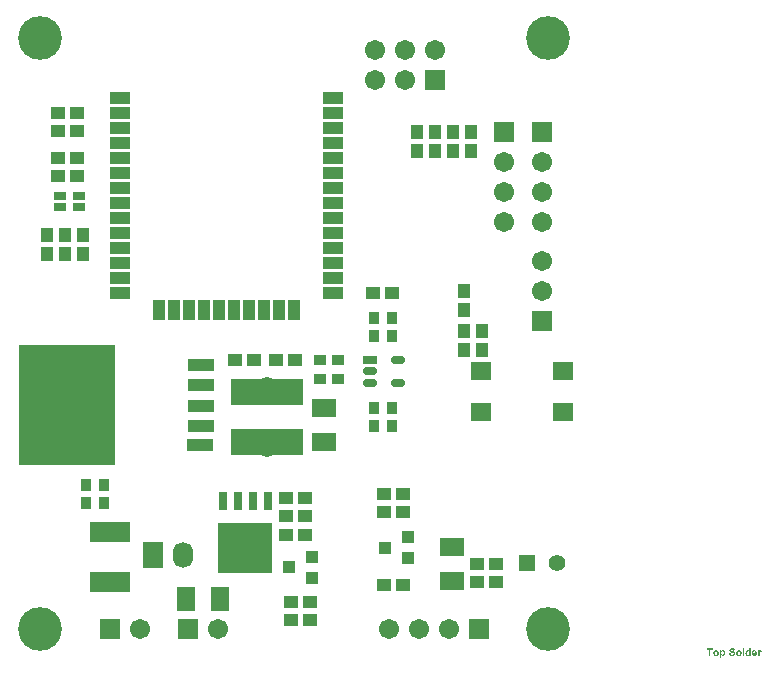
<source format=gts>
G04*
G04 #@! TF.GenerationSoftware,Altium Limited,Altium Designer,23.3.1 (30)*
G04*
G04 Layer_Color=8388736*
%FSLAX25Y25*%
%MOIN*%
G70*
G04*
G04 #@! TF.SameCoordinates,97A15D6B-2EEB-42C3-8D6F-FEDD3E2C4342*
G04*
G04*
G04 #@! TF.FilePolarity,Negative*
G04*
G01*
G75*
%ADD36R,0.04343X0.04599*%
%ADD37R,0.06902X0.05918*%
%ADD38R,0.03950X0.02965*%
%ADD39R,0.04599X0.04343*%
%ADD40R,0.03556X0.04343*%
%ADD41R,0.04737X0.02769*%
%ADD42O,0.04737X0.02769*%
%ADD43R,0.04343X0.03556*%
%ADD44R,0.06076X0.07887*%
%ADD45R,0.13398X0.06706*%
%ADD46R,0.07887X0.06076*%
%ADD47R,0.04343X0.03950*%
%ADD48R,0.06706X0.04343*%
%ADD49R,0.04343X0.06706*%
%ADD50R,0.18162X0.16942*%
%ADD51R,0.03162X0.05918*%
%ADD52R,0.24422X0.08674*%
%ADD53R,0.08674X0.04343*%
%ADD54R,0.32296X0.40170*%
%ADD55C,0.14580*%
%ADD56R,0.06706X0.06706*%
%ADD57C,0.06706*%
%ADD58C,0.05524*%
%ADD59R,0.05524X0.05524*%
%ADD60C,0.06800*%
%ADD61R,0.06706X0.06706*%
%ADD62R,0.06706X0.08674*%
%ADD63O,0.06706X0.08674*%
G36*
X145961Y-100990D02*
X146002Y-100992D01*
X146046Y-100998D01*
X146098Y-101003D01*
X146153Y-101014D01*
X146207Y-101025D01*
X146267Y-101039D01*
X146327Y-101055D01*
X146385Y-101074D01*
X146442Y-101099D01*
X146499Y-101129D01*
X146551Y-101159D01*
X146598Y-101197D01*
X146600Y-101200D01*
X146608Y-101205D01*
X146619Y-101219D01*
X146636Y-101235D01*
X146655Y-101254D01*
X146674Y-101282D01*
X146696Y-101312D01*
X146720Y-101345D01*
X146742Y-101383D01*
X146764Y-101424D01*
X146786Y-101470D01*
X146805Y-101519D01*
X146824Y-101571D01*
X146838Y-101628D01*
X146846Y-101689D01*
X146852Y-101751D01*
X146344Y-101770D01*
Y-101768D01*
X146341Y-101762D01*
Y-101751D01*
X146338Y-101740D01*
X146333Y-101724D01*
X146327Y-101705D01*
X146314Y-101664D01*
X146295Y-101620D01*
X146270Y-101574D01*
X146240Y-101530D01*
X146202Y-101495D01*
X146196Y-101492D01*
X146183Y-101481D01*
X146158Y-101467D01*
X146123Y-101451D01*
X146076Y-101435D01*
X146022Y-101421D01*
X145956Y-101410D01*
X145880Y-101407D01*
X145844D01*
X145825Y-101410D01*
X145803Y-101413D01*
X145751Y-101418D01*
X145697Y-101429D01*
X145637Y-101446D01*
X145582Y-101470D01*
X145530Y-101500D01*
X145527Y-101503D01*
X145519Y-101511D01*
X145506Y-101525D01*
X145492Y-101541D01*
X145475Y-101563D01*
X145465Y-101590D01*
X145454Y-101620D01*
X145451Y-101656D01*
Y-101658D01*
Y-101669D01*
X145454Y-101689D01*
X145459Y-101708D01*
X145470Y-101732D01*
X145481Y-101760D01*
X145500Y-101784D01*
X145525Y-101809D01*
X145530Y-101811D01*
X145536Y-101817D01*
X145546Y-101822D01*
X145557Y-101830D01*
X145574Y-101839D01*
X145596Y-101850D01*
X145620Y-101860D01*
X145648Y-101872D01*
X145680Y-101885D01*
X145719Y-101899D01*
X145762Y-101912D01*
X145811Y-101929D01*
X145866Y-101945D01*
X145926Y-101962D01*
X145992Y-101978D01*
X145997D01*
X146008Y-101981D01*
X146027Y-101986D01*
X146052Y-101992D01*
X146084Y-102000D01*
X146117Y-102011D01*
X146158Y-102022D01*
X146199Y-102032D01*
X146289Y-102060D01*
X146379Y-102090D01*
X146423Y-102106D01*
X146467Y-102123D01*
X146505Y-102142D01*
X146540Y-102158D01*
X146543D01*
X146548Y-102164D01*
X146557Y-102169D01*
X146570Y-102174D01*
X146603Y-102196D01*
X146644Y-102224D01*
X146688Y-102262D01*
X146734Y-102305D01*
X146781Y-102357D01*
X146821Y-102415D01*
Y-102418D01*
X146827Y-102423D01*
X146830Y-102431D01*
X146838Y-102445D01*
X146846Y-102461D01*
X146854Y-102480D01*
X146862Y-102502D01*
X146873Y-102527D01*
X146881Y-102554D01*
X146890Y-102584D01*
X146906Y-102652D01*
X146917Y-102731D01*
X146923Y-102816D01*
Y-102819D01*
Y-102824D01*
Y-102838D01*
X146920Y-102851D01*
Y-102871D01*
X146917Y-102895D01*
X146912Y-102920D01*
X146906Y-102947D01*
X146892Y-103010D01*
X146871Y-103078D01*
X146841Y-103149D01*
X146821Y-103187D01*
X146800Y-103223D01*
Y-103226D01*
X146794Y-103231D01*
X146786Y-103242D01*
X146778Y-103253D01*
X146764Y-103269D01*
X146750Y-103288D01*
X146712Y-103329D01*
X146663Y-103373D01*
X146606Y-103422D01*
X146537Y-103466D01*
X146458Y-103504D01*
X146456D01*
X146447Y-103507D01*
X146437Y-103512D01*
X146420Y-103518D01*
X146398Y-103526D01*
X146371Y-103531D01*
X146341Y-103540D01*
X146308Y-103548D01*
X146270Y-103559D01*
X146229Y-103567D01*
X146183Y-103572D01*
X146133Y-103580D01*
X146084Y-103586D01*
X146027Y-103591D01*
X145970Y-103594D01*
X145888D01*
X145863Y-103591D01*
X145830D01*
X145792Y-103589D01*
X145746Y-103583D01*
X145694Y-103575D01*
X145639Y-103567D01*
X145579Y-103556D01*
X145519Y-103540D01*
X145459Y-103523D01*
X145399Y-103501D01*
X145339Y-103477D01*
X145282Y-103447D01*
X145227Y-103414D01*
X145175Y-103376D01*
X145173Y-103373D01*
X145164Y-103365D01*
X145151Y-103351D01*
X145134Y-103335D01*
X145115Y-103310D01*
X145091Y-103283D01*
X145066Y-103250D01*
X145042Y-103212D01*
X145014Y-103168D01*
X144987Y-103122D01*
X144962Y-103067D01*
X144938Y-103010D01*
X144916Y-102947D01*
X144897Y-102882D01*
X144880Y-102808D01*
X144869Y-102731D01*
X145364Y-102682D01*
Y-102685D01*
X145366Y-102693D01*
X145369Y-102707D01*
X145372Y-102723D01*
X145377Y-102745D01*
X145386Y-102767D01*
X145402Y-102822D01*
X145426Y-102882D01*
X145459Y-102944D01*
X145497Y-103002D01*
X145519Y-103026D01*
X145544Y-103051D01*
X145546D01*
X145549Y-103056D01*
X145557Y-103062D01*
X145568Y-103070D01*
X145582Y-103078D01*
X145601Y-103086D01*
X145620Y-103097D01*
X145642Y-103108D01*
X145697Y-103130D01*
X145759Y-103146D01*
X145833Y-103160D01*
X145915Y-103165D01*
X145940D01*
X145956Y-103163D01*
X145978D01*
X146000Y-103160D01*
X146054Y-103152D01*
X146114Y-103141D01*
X146177Y-103122D01*
X146237Y-103097D01*
X146265Y-103081D01*
X146289Y-103062D01*
X146292D01*
X146295Y-103056D01*
X146308Y-103043D01*
X146330Y-103021D01*
X146352Y-102994D01*
X146374Y-102958D01*
X146396Y-102914D01*
X146409Y-102868D01*
X146415Y-102843D01*
Y-102819D01*
Y-102816D01*
Y-102802D01*
X146412Y-102786D01*
X146409Y-102767D01*
X146401Y-102742D01*
X146393Y-102715D01*
X146379Y-102690D01*
X146360Y-102666D01*
X146357Y-102663D01*
X146349Y-102655D01*
X146335Y-102644D01*
X146319Y-102628D01*
X146292Y-102611D01*
X146262Y-102592D01*
X146224Y-102576D01*
X146177Y-102557D01*
X146172Y-102554D01*
X146166D01*
X146158Y-102551D01*
X146147Y-102549D01*
X146131Y-102543D01*
X146114Y-102538D01*
X146092Y-102532D01*
X146068Y-102524D01*
X146038Y-102516D01*
X146005Y-102507D01*
X145967Y-102497D01*
X145926Y-102486D01*
X145880Y-102475D01*
X145828Y-102461D01*
X145770Y-102447D01*
X145765D01*
X145751Y-102442D01*
X145732Y-102437D01*
X145705Y-102428D01*
X145669Y-102420D01*
X145631Y-102407D01*
X145590Y-102393D01*
X145546Y-102379D01*
X145451Y-102341D01*
X145355Y-102300D01*
X145312Y-102276D01*
X145268Y-102251D01*
X145230Y-102226D01*
X145197Y-102199D01*
X145194Y-102196D01*
X145186Y-102188D01*
X145175Y-102177D01*
X145162Y-102161D01*
X145142Y-102142D01*
X145123Y-102117D01*
X145101Y-102090D01*
X145082Y-102057D01*
X145061Y-102022D01*
X145039Y-101983D01*
X145020Y-101940D01*
X145001Y-101896D01*
X144987Y-101850D01*
X144976Y-101798D01*
X144968Y-101746D01*
X144965Y-101691D01*
Y-101689D01*
Y-101683D01*
Y-101672D01*
X144968Y-101658D01*
Y-101642D01*
X144971Y-101620D01*
X144979Y-101574D01*
X144992Y-101519D01*
X145011Y-101456D01*
X145039Y-101394D01*
X145074Y-101331D01*
Y-101328D01*
X145080Y-101323D01*
X145085Y-101314D01*
X145093Y-101304D01*
X145121Y-101274D01*
X145153Y-101235D01*
X145200Y-101194D01*
X145252Y-101154D01*
X145317Y-101112D01*
X145388Y-101077D01*
X145391D01*
X145396Y-101074D01*
X145410Y-101069D01*
X145424Y-101063D01*
X145446Y-101055D01*
X145467Y-101050D01*
X145495Y-101041D01*
X145527Y-101031D01*
X145563Y-101022D01*
X145598Y-101014D01*
X145639Y-101009D01*
X145683Y-101001D01*
X145732Y-100995D01*
X145779Y-100990D01*
X145885Y-100987D01*
X145931D01*
X145961Y-100990D01*
D02*
G37*
G36*
X152145Y-103548D02*
X151697D01*
Y-103283D01*
X151692Y-103288D01*
X151686Y-103296D01*
X151678Y-103305D01*
X151654Y-103335D01*
X151623Y-103367D01*
X151583Y-103406D01*
X151539Y-103447D01*
X151487Y-103482D01*
X151432Y-103515D01*
X151430D01*
X151427Y-103518D01*
X151416Y-103520D01*
X151405Y-103526D01*
X151375Y-103540D01*
X151337Y-103550D01*
X151291Y-103564D01*
X151239Y-103578D01*
X151184Y-103586D01*
X151127Y-103589D01*
X151113D01*
X151097Y-103586D01*
X151075D01*
X151048Y-103580D01*
X151015Y-103575D01*
X150979Y-103567D01*
X150941Y-103556D01*
X150900Y-103545D01*
X150856Y-103529D01*
X150813Y-103507D01*
X150766Y-103482D01*
X150723Y-103455D01*
X150676Y-103419D01*
X150633Y-103381D01*
X150589Y-103338D01*
X150586Y-103335D01*
X150581Y-103326D01*
X150567Y-103310D01*
X150553Y-103291D01*
X150537Y-103264D01*
X150518Y-103234D01*
X150499Y-103196D01*
X150477Y-103155D01*
X150455Y-103105D01*
X150436Y-103053D01*
X150417Y-102994D01*
X150400Y-102931D01*
X150387Y-102862D01*
X150376Y-102789D01*
X150368Y-102710D01*
X150365Y-102628D01*
Y-102622D01*
Y-102606D01*
X150368Y-102584D01*
Y-102551D01*
X150370Y-102513D01*
X150376Y-102469D01*
X150384Y-102418D01*
X150392Y-102366D01*
X150403Y-102308D01*
X150417Y-102251D01*
X150436Y-102194D01*
X150455Y-102134D01*
X150480Y-102076D01*
X150510Y-102022D01*
X150542Y-101970D01*
X150581Y-101923D01*
X150583Y-101921D01*
X150592Y-101912D01*
X150602Y-101901D01*
X150619Y-101885D01*
X150641Y-101866D01*
X150668Y-101847D01*
X150698Y-101825D01*
X150731Y-101801D01*
X150769Y-101779D01*
X150813Y-101757D01*
X150856Y-101738D01*
X150906Y-101719D01*
X150957Y-101702D01*
X151012Y-101691D01*
X151072Y-101683D01*
X151132Y-101680D01*
X151146D01*
X151162Y-101683D01*
X151184D01*
X151211Y-101689D01*
X151241Y-101694D01*
X151274Y-101702D01*
X151312Y-101713D01*
X151353Y-101727D01*
X151397Y-101743D01*
X151441Y-101765D01*
X151484Y-101789D01*
X151531Y-101817D01*
X151574Y-101852D01*
X151618Y-101891D01*
X151662Y-101937D01*
Y-101028D01*
X152145D01*
Y-103548D01*
D02*
G37*
G36*
X155465Y-101683D02*
X155481Y-101686D01*
X155522Y-101691D01*
X155571Y-101702D01*
X155626Y-101719D01*
X155683Y-101743D01*
X155740Y-101773D01*
X155590Y-102194D01*
X155585Y-102191D01*
X155568Y-102180D01*
X155546Y-102169D01*
X155517Y-102153D01*
X155481Y-102139D01*
X155443Y-102125D01*
X155405Y-102117D01*
X155364Y-102114D01*
X155347D01*
X155328Y-102117D01*
X155304Y-102123D01*
X155276Y-102128D01*
X155249Y-102139D01*
X155219Y-102153D01*
X155192Y-102172D01*
X155189Y-102174D01*
X155181Y-102183D01*
X155167Y-102196D01*
X155151Y-102218D01*
X155134Y-102245D01*
X155115Y-102281D01*
X155096Y-102322D01*
X155080Y-102374D01*
Y-102376D01*
X155077Y-102382D01*
Y-102390D01*
X155074Y-102404D01*
X155071Y-102420D01*
X155069Y-102445D01*
X155063Y-102472D01*
X155061Y-102505D01*
X155058Y-102543D01*
X155052Y-102587D01*
X155050Y-102636D01*
X155047Y-102693D01*
X155044Y-102756D01*
Y-102824D01*
X155042Y-102901D01*
Y-102985D01*
Y-103548D01*
X154558D01*
Y-101721D01*
X155006D01*
Y-101983D01*
X155009Y-101981D01*
X155011Y-101975D01*
X155017Y-101967D01*
X155025Y-101953D01*
X155047Y-101921D01*
X155074Y-101882D01*
X155107Y-101841D01*
X155140Y-101803D01*
X155175Y-101768D01*
X155194Y-101751D01*
X155211Y-101740D01*
X155216Y-101738D01*
X155227Y-101732D01*
X155246Y-101721D01*
X155271Y-101710D01*
X155304Y-101699D01*
X155339Y-101689D01*
X155377Y-101683D01*
X155421Y-101680D01*
X155448D01*
X155465Y-101683D01*
D02*
G37*
G36*
X142907D02*
X142931D01*
X142958Y-101689D01*
X142989Y-101694D01*
X143024Y-101702D01*
X143065Y-101710D01*
X143106Y-101724D01*
X143150Y-101740D01*
X143193Y-101762D01*
X143240Y-101787D01*
X143286Y-101814D01*
X143330Y-101850D01*
X143374Y-101888D01*
X143417Y-101932D01*
X143420Y-101934D01*
X143428Y-101942D01*
X143439Y-101956D01*
X143453Y-101978D01*
X143469Y-102003D01*
X143488Y-102032D01*
X143507Y-102071D01*
X143529Y-102112D01*
X143551Y-102158D01*
X143570Y-102210D01*
X143589Y-102267D01*
X143605Y-102330D01*
X143619Y-102396D01*
X143633Y-102467D01*
X143638Y-102543D01*
X143641Y-102625D01*
Y-102630D01*
Y-102644D01*
X143638Y-102669D01*
Y-102701D01*
X143635Y-102740D01*
X143630Y-102783D01*
X143622Y-102832D01*
X143614Y-102887D01*
X143600Y-102942D01*
X143586Y-103002D01*
X143567Y-103059D01*
X143545Y-103119D01*
X143521Y-103176D01*
X143491Y-103234D01*
X143455Y-103288D01*
X143417Y-103338D01*
X143414Y-103340D01*
X143406Y-103348D01*
X143395Y-103359D01*
X143376Y-103376D01*
X143354Y-103395D01*
X143330Y-103417D01*
X143300Y-103438D01*
X143264Y-103463D01*
X143229Y-103488D01*
X143185Y-103509D01*
X143141Y-103531D01*
X143092Y-103550D01*
X143043Y-103564D01*
X142989Y-103578D01*
X142934Y-103586D01*
X142874Y-103589D01*
X142849D01*
X142819Y-103586D01*
X142781Y-103580D01*
X142740Y-103575D01*
X142694Y-103564D01*
X142645Y-103548D01*
X142598Y-103529D01*
X142593Y-103526D01*
X142576Y-103518D01*
X142552Y-103501D01*
X142519Y-103479D01*
X142481Y-103452D01*
X142437Y-103417D01*
X142391Y-103373D01*
X142341Y-103324D01*
Y-104241D01*
X141858D01*
Y-101721D01*
X142309D01*
Y-101989D01*
X142314Y-101986D01*
X142325Y-101970D01*
X142344Y-101942D01*
X142371Y-101912D01*
X142404Y-101877D01*
X142445Y-101839D01*
X142492Y-101801D01*
X142543Y-101768D01*
X142546D01*
X142552Y-101765D01*
X142560Y-101760D01*
X142571Y-101754D01*
X142585Y-101749D01*
X142601Y-101740D01*
X142642Y-101724D01*
X142691Y-101708D01*
X142748Y-101694D01*
X142811Y-101683D01*
X142877Y-101680D01*
X142890D01*
X142907Y-101683D01*
D02*
G37*
G36*
X149980Y-103548D02*
X149497D01*
Y-101028D01*
X149980D01*
Y-103548D01*
D02*
G37*
G36*
X139401Y-101454D02*
X138659D01*
Y-103548D01*
X138151D01*
Y-101454D01*
X137403D01*
Y-101028D01*
X139401D01*
Y-101454D01*
D02*
G37*
G36*
X153354Y-101683D02*
X153384Y-101686D01*
X153417Y-101689D01*
X153458Y-101694D01*
X153502Y-101702D01*
X153548Y-101713D01*
X153600Y-101730D01*
X153652Y-101746D01*
X153704Y-101768D01*
X153758Y-101795D01*
X153810Y-101825D01*
X153862Y-101860D01*
X153911Y-101904D01*
X153958Y-101951D01*
X153960Y-101953D01*
X153969Y-101964D01*
X153980Y-101978D01*
X153993Y-102000D01*
X154012Y-102030D01*
X154031Y-102065D01*
X154053Y-102106D01*
X154075Y-102153D01*
X154097Y-102207D01*
X154116Y-102270D01*
X154135Y-102336D01*
X154151Y-102409D01*
X154165Y-102491D01*
X154176Y-102578D01*
X154184Y-102671D01*
Y-102772D01*
X152975D01*
Y-102775D01*
Y-102780D01*
Y-102794D01*
X152978Y-102808D01*
X152980Y-102827D01*
X152983Y-102849D01*
X152991Y-102895D01*
X153005Y-102950D01*
X153024Y-103007D01*
X153051Y-103062D01*
X153089Y-103111D01*
X153092D01*
X153095Y-103116D01*
X153109Y-103130D01*
X153133Y-103149D01*
X153166Y-103168D01*
X153207Y-103190D01*
X153256Y-103209D01*
X153311Y-103223D01*
X153341Y-103226D01*
X153371Y-103228D01*
X153390D01*
X153409Y-103226D01*
X153436Y-103220D01*
X153466Y-103215D01*
X153496Y-103204D01*
X153529Y-103187D01*
X153559Y-103168D01*
X153562Y-103165D01*
X153573Y-103157D01*
X153586Y-103141D01*
X153603Y-103119D01*
X153625Y-103092D01*
X153644Y-103056D01*
X153663Y-103015D01*
X153679Y-102966D01*
X154160Y-103048D01*
Y-103051D01*
X154154Y-103059D01*
X154149Y-103073D01*
X154143Y-103092D01*
X154132Y-103114D01*
X154119Y-103138D01*
X154105Y-103168D01*
X154089Y-103198D01*
X154048Y-103264D01*
X153996Y-103329D01*
X153936Y-103395D01*
X153900Y-103425D01*
X153865Y-103452D01*
X153862Y-103455D01*
X153857Y-103458D01*
X153846Y-103466D01*
X153829Y-103474D01*
X153810Y-103485D01*
X153786Y-103496D01*
X153758Y-103507D01*
X153728Y-103520D01*
X153693Y-103534D01*
X153655Y-103545D01*
X153614Y-103556D01*
X153570Y-103567D01*
X153524Y-103575D01*
X153472Y-103583D01*
X153420Y-103586D01*
X153365Y-103589D01*
X153343D01*
X153319Y-103586D01*
X153286Y-103583D01*
X153248Y-103580D01*
X153201Y-103572D01*
X153152Y-103564D01*
X153098Y-103550D01*
X153040Y-103534D01*
X152983Y-103512D01*
X152926Y-103488D01*
X152866Y-103458D01*
X152811Y-103422D01*
X152757Y-103381D01*
X152707Y-103335D01*
X152661Y-103280D01*
X152658Y-103277D01*
X152653Y-103269D01*
X152645Y-103256D01*
X152634Y-103234D01*
X152620Y-103209D01*
X152604Y-103182D01*
X152587Y-103146D01*
X152571Y-103108D01*
X152554Y-103065D01*
X152538Y-103015D01*
X152522Y-102963D01*
X152508Y-102909D01*
X152497Y-102849D01*
X152489Y-102786D01*
X152483Y-102718D01*
X152481Y-102649D01*
Y-102644D01*
Y-102630D01*
X152483Y-102606D01*
Y-102576D01*
X152489Y-102538D01*
X152494Y-102491D01*
X152500Y-102445D01*
X152511Y-102390D01*
X152522Y-102336D01*
X152538Y-102278D01*
X152557Y-102218D01*
X152579Y-102158D01*
X152606Y-102101D01*
X152639Y-102043D01*
X152675Y-101989D01*
X152716Y-101940D01*
X152718Y-101937D01*
X152726Y-101929D01*
X152740Y-101915D01*
X152759Y-101899D01*
X152781Y-101880D01*
X152811Y-101858D01*
X152844Y-101833D01*
X152879Y-101809D01*
X152920Y-101787D01*
X152967Y-101762D01*
X153016Y-101740D01*
X153070Y-101721D01*
X153125Y-101705D01*
X153185Y-101691D01*
X153251Y-101683D01*
X153316Y-101680D01*
X153335D01*
X153354Y-101683D01*
D02*
G37*
G36*
X148214D02*
X148241Y-101686D01*
X148276Y-101689D01*
X148318Y-101694D01*
X148364Y-101702D01*
X148413Y-101713D01*
X148465Y-101730D01*
X148520Y-101746D01*
X148577Y-101768D01*
X148631Y-101795D01*
X148689Y-101825D01*
X148746Y-101860D01*
X148798Y-101904D01*
X148850Y-101951D01*
X148853Y-101953D01*
X148861Y-101964D01*
X148874Y-101978D01*
X148891Y-102000D01*
X148913Y-102027D01*
X148934Y-102057D01*
X148956Y-102095D01*
X148984Y-102136D01*
X149008Y-102183D01*
X149030Y-102234D01*
X149055Y-102292D01*
X149074Y-102352D01*
X149090Y-102415D01*
X149104Y-102483D01*
X149112Y-102554D01*
X149115Y-102630D01*
Y-102636D01*
Y-102649D01*
X149112Y-102671D01*
Y-102699D01*
X149106Y-102734D01*
X149101Y-102775D01*
X149093Y-102822D01*
X149082Y-102871D01*
X149068Y-102925D01*
X149049Y-102980D01*
X149027Y-103037D01*
X149003Y-103094D01*
X148970Y-103155D01*
X148934Y-103209D01*
X148893Y-103267D01*
X148847Y-103318D01*
X148844Y-103321D01*
X148836Y-103329D01*
X148820Y-103343D01*
X148798Y-103359D01*
X148773Y-103381D01*
X148741Y-103403D01*
X148705Y-103428D01*
X148664Y-103452D01*
X148618Y-103479D01*
X148566Y-103504D01*
X148511Y-103526D01*
X148451Y-103545D01*
X148389Y-103564D01*
X148320Y-103578D01*
X148249Y-103586D01*
X148176Y-103589D01*
X148151D01*
X148132Y-103586D01*
X148110D01*
X148085Y-103583D01*
X148055Y-103580D01*
X148023Y-103575D01*
X147949Y-103561D01*
X147867Y-103542D01*
X147782Y-103515D01*
X147698Y-103477D01*
X147695Y-103474D01*
X147687Y-103471D01*
X147676Y-103466D01*
X147660Y-103455D01*
X147640Y-103444D01*
X147621Y-103428D01*
X147570Y-103392D01*
X147515Y-103346D01*
X147458Y-103288D01*
X147403Y-103220D01*
X147354Y-103144D01*
Y-103141D01*
X147348Y-103133D01*
X147343Y-103122D01*
X147335Y-103105D01*
X147327Y-103084D01*
X147316Y-103059D01*
X147307Y-103029D01*
X147297Y-102996D01*
X147285Y-102958D01*
X147275Y-102917D01*
X147264Y-102873D01*
X147256Y-102827D01*
X147247Y-102778D01*
X147242Y-102723D01*
X147239Y-102669D01*
X147236Y-102611D01*
Y-102609D01*
Y-102600D01*
Y-102587D01*
X147239Y-102570D01*
Y-102549D01*
X147242Y-102521D01*
X147247Y-102494D01*
X147250Y-102461D01*
X147266Y-102390D01*
X147285Y-102311D01*
X147316Y-102229D01*
X147332Y-102185D01*
X147354Y-102144D01*
X147356Y-102142D01*
X147359Y-102134D01*
X147367Y-102123D01*
X147376Y-102106D01*
X147387Y-102087D01*
X147403Y-102065D01*
X147438Y-102016D01*
X147488Y-101962D01*
X147545Y-101904D01*
X147610Y-101850D01*
X147687Y-101801D01*
X147690Y-101798D01*
X147698Y-101795D01*
X147709Y-101789D01*
X147725Y-101781D01*
X147747Y-101773D01*
X147772Y-101762D01*
X147799Y-101751D01*
X147829Y-101740D01*
X147864Y-101730D01*
X147903Y-101719D01*
X147984Y-101699D01*
X148074Y-101686D01*
X148124Y-101680D01*
X148192D01*
X148214Y-101683D01*
D02*
G37*
G36*
X140592D02*
X140619Y-101686D01*
X140654Y-101689D01*
X140695Y-101694D01*
X140742Y-101702D01*
X140791Y-101713D01*
X140843Y-101730D01*
X140897Y-101746D01*
X140955Y-101768D01*
X141009Y-101795D01*
X141067Y-101825D01*
X141124Y-101860D01*
X141176Y-101904D01*
X141228Y-101951D01*
X141230Y-101953D01*
X141239Y-101964D01*
X141252Y-101978D01*
X141269Y-102000D01*
X141290Y-102027D01*
X141312Y-102057D01*
X141334Y-102095D01*
X141361Y-102136D01*
X141386Y-102183D01*
X141408Y-102234D01*
X141432Y-102292D01*
X141452Y-102352D01*
X141468Y-102415D01*
X141482Y-102483D01*
X141490Y-102554D01*
X141492Y-102630D01*
Y-102636D01*
Y-102649D01*
X141490Y-102671D01*
Y-102699D01*
X141484Y-102734D01*
X141479Y-102775D01*
X141471Y-102822D01*
X141460Y-102871D01*
X141446Y-102925D01*
X141427Y-102980D01*
X141405Y-103037D01*
X141381Y-103094D01*
X141348Y-103155D01*
X141312Y-103209D01*
X141271Y-103267D01*
X141225Y-103318D01*
X141222Y-103321D01*
X141214Y-103329D01*
X141198Y-103343D01*
X141176Y-103359D01*
X141151Y-103381D01*
X141119Y-103403D01*
X141083Y-103428D01*
X141042Y-103452D01*
X140996Y-103479D01*
X140944Y-103504D01*
X140889Y-103526D01*
X140829Y-103545D01*
X140766Y-103564D01*
X140698Y-103578D01*
X140627Y-103586D01*
X140553Y-103589D01*
X140529D01*
X140510Y-103586D01*
X140488D01*
X140463Y-103583D01*
X140433Y-103580D01*
X140401Y-103575D01*
X140327Y-103561D01*
X140245Y-103542D01*
X140160Y-103515D01*
X140076Y-103477D01*
X140073Y-103474D01*
X140065Y-103471D01*
X140054Y-103466D01*
X140037Y-103455D01*
X140018Y-103444D01*
X139999Y-103428D01*
X139947Y-103392D01*
X139893Y-103346D01*
X139835Y-103288D01*
X139781Y-103220D01*
X139732Y-103144D01*
Y-103141D01*
X139726Y-103133D01*
X139721Y-103122D01*
X139713Y-103105D01*
X139704Y-103084D01*
X139693Y-103059D01*
X139685Y-103029D01*
X139674Y-102996D01*
X139663Y-102958D01*
X139653Y-102917D01*
X139641Y-102873D01*
X139633Y-102827D01*
X139625Y-102778D01*
X139620Y-102723D01*
X139617Y-102669D01*
X139614Y-102611D01*
Y-102609D01*
Y-102600D01*
Y-102587D01*
X139617Y-102570D01*
Y-102549D01*
X139620Y-102521D01*
X139625Y-102494D01*
X139628Y-102461D01*
X139644Y-102390D01*
X139663Y-102311D01*
X139693Y-102229D01*
X139710Y-102185D01*
X139732Y-102144D01*
X139734Y-102142D01*
X139737Y-102134D01*
X139745Y-102123D01*
X139753Y-102106D01*
X139764Y-102087D01*
X139781Y-102065D01*
X139816Y-102016D01*
X139865Y-101962D01*
X139923Y-101904D01*
X139988Y-101850D01*
X140065Y-101801D01*
X140067Y-101798D01*
X140076Y-101795D01*
X140086Y-101789D01*
X140103Y-101781D01*
X140125Y-101773D01*
X140149Y-101762D01*
X140177Y-101751D01*
X140207Y-101740D01*
X140242Y-101730D01*
X140280Y-101719D01*
X140362Y-101699D01*
X140452Y-101686D01*
X140501Y-101680D01*
X140570D01*
X140592Y-101683D01*
D02*
G37*
%LPC*%
G36*
X151260Y-102049D02*
X151244D01*
X151233Y-102052D01*
X151200Y-102057D01*
X151159Y-102065D01*
X151116Y-102082D01*
X151067Y-102106D01*
X151042Y-102123D01*
X151020Y-102142D01*
X150996Y-102164D01*
X150974Y-102188D01*
Y-102191D01*
X150968Y-102194D01*
X150963Y-102202D01*
X150955Y-102213D01*
X150946Y-102229D01*
X150938Y-102245D01*
X150927Y-102267D01*
X150916Y-102289D01*
X150906Y-102316D01*
X150895Y-102347D01*
X150886Y-102382D01*
X150878Y-102418D01*
X150870Y-102456D01*
X150865Y-102499D01*
X150862Y-102546D01*
X150859Y-102595D01*
Y-102598D01*
Y-102609D01*
Y-102622D01*
Y-102641D01*
X150862Y-102666D01*
X150865Y-102693D01*
Y-102726D01*
X150870Y-102756D01*
X150878Y-102827D01*
X150892Y-102895D01*
X150911Y-102963D01*
X150925Y-102991D01*
X150938Y-103018D01*
X150941Y-103021D01*
X150944Y-103026D01*
X150952Y-103034D01*
X150960Y-103048D01*
X150987Y-103078D01*
X151023Y-103111D01*
X151069Y-103146D01*
X151124Y-103176D01*
X151157Y-103190D01*
X151189Y-103198D01*
X151225Y-103204D01*
X151263Y-103206D01*
X151279D01*
X151291Y-103204D01*
X151323Y-103198D01*
X151361Y-103190D01*
X151405Y-103174D01*
X151454Y-103146D01*
X151476Y-103133D01*
X151501Y-103114D01*
X151525Y-103092D01*
X151547Y-103067D01*
X151550Y-103065D01*
X151552Y-103062D01*
X151558Y-103051D01*
X151566Y-103040D01*
X151574Y-103026D01*
X151585Y-103007D01*
X151596Y-102985D01*
X151607Y-102961D01*
X151618Y-102933D01*
X151626Y-102901D01*
X151637Y-102865D01*
X151645Y-102827D01*
X151654Y-102786D01*
X151659Y-102742D01*
X151664Y-102693D01*
Y-102641D01*
Y-102639D01*
Y-102628D01*
Y-102611D01*
X151662Y-102589D01*
Y-102565D01*
X151659Y-102535D01*
X151656Y-102502D01*
X151651Y-102467D01*
X151637Y-102393D01*
X151615Y-102316D01*
X151588Y-102248D01*
X151569Y-102215D01*
X151550Y-102188D01*
Y-102185D01*
X151544Y-102183D01*
X151531Y-102166D01*
X151506Y-102144D01*
X151471Y-102117D01*
X151430Y-102093D01*
X151381Y-102071D01*
X151323Y-102054D01*
X151293Y-102052D01*
X151260Y-102049D01*
D02*
G37*
G36*
X142743Y-102062D02*
X142726D01*
X142713Y-102065D01*
X142699Y-102068D01*
X142680Y-102071D01*
X142639Y-102079D01*
X142593Y-102095D01*
X142543Y-102120D01*
X142519Y-102136D01*
X142494Y-102155D01*
X142470Y-102177D01*
X142448Y-102202D01*
Y-102205D01*
X142443Y-102207D01*
X142437Y-102215D01*
X142429Y-102226D01*
X142421Y-102243D01*
X142412Y-102259D01*
X142402Y-102281D01*
X142391Y-102303D01*
X142380Y-102330D01*
X142369Y-102360D01*
X142361Y-102393D01*
X142352Y-102428D01*
X142344Y-102469D01*
X142339Y-102510D01*
X142336Y-102557D01*
X142333Y-102606D01*
Y-102609D01*
Y-102620D01*
Y-102636D01*
X142336Y-102655D01*
Y-102682D01*
X142339Y-102712D01*
X142344Y-102742D01*
X142350Y-102778D01*
X142363Y-102851D01*
X142385Y-102928D01*
X142415Y-102999D01*
X142432Y-103032D01*
X142453Y-103062D01*
X142456Y-103065D01*
X142459Y-103067D01*
X142475Y-103084D01*
X142503Y-103108D01*
X142538Y-103133D01*
X142582Y-103160D01*
X142631Y-103185D01*
X142691Y-103201D01*
X142721Y-103204D01*
X142754Y-103206D01*
X142770D01*
X142781Y-103204D01*
X142811Y-103198D01*
X142852Y-103190D01*
X142896Y-103174D01*
X142942Y-103149D01*
X142964Y-103135D01*
X142989Y-103116D01*
X143010Y-103097D01*
X143032Y-103073D01*
X143035Y-103070D01*
X143038Y-103067D01*
X143043Y-103059D01*
X143051Y-103048D01*
X143060Y-103032D01*
X143068Y-103015D01*
X143079Y-102994D01*
X143089Y-102966D01*
X143101Y-102939D01*
X143111Y-102906D01*
X143120Y-102871D01*
X143128Y-102830D01*
X143136Y-102786D01*
X143141Y-102737D01*
X143147Y-102685D01*
Y-102630D01*
Y-102628D01*
Y-102617D01*
Y-102603D01*
X143144Y-102584D01*
Y-102559D01*
X143141Y-102532D01*
X143136Y-102502D01*
X143133Y-102469D01*
X143120Y-102401D01*
X143098Y-102330D01*
X143068Y-102262D01*
X143051Y-102232D01*
X143029Y-102205D01*
Y-102202D01*
X143024Y-102199D01*
X143008Y-102183D01*
X142983Y-102161D01*
X142950Y-102134D01*
X142909Y-102106D01*
X142860Y-102084D01*
X142806Y-102068D01*
X142776Y-102065D01*
X142743Y-102062D01*
D02*
G37*
G36*
X153343Y-102049D02*
X153327D01*
X153316Y-102052D01*
X153289Y-102054D01*
X153251Y-102062D01*
X153210Y-102076D01*
X153166Y-102098D01*
X153125Y-102128D01*
X153103Y-102144D01*
X153084Y-102166D01*
X153079Y-102172D01*
X153068Y-102188D01*
X153051Y-102213D01*
X153032Y-102248D01*
X153013Y-102292D01*
X152997Y-102347D01*
X152986Y-102407D01*
X152983Y-102478D01*
X153704D01*
Y-102475D01*
Y-102469D01*
Y-102458D01*
X153701Y-102442D01*
X153698Y-102426D01*
X153696Y-102407D01*
X153687Y-102360D01*
X153674Y-102308D01*
X153655Y-102256D01*
X153630Y-102205D01*
X153595Y-102161D01*
X153589Y-102155D01*
X153576Y-102144D01*
X153554Y-102125D01*
X153524Y-102103D01*
X153488Y-102084D01*
X153444Y-102065D01*
X153395Y-102054D01*
X153343Y-102049D01*
D02*
G37*
G36*
X148173Y-102074D02*
X148154D01*
X148143Y-102076D01*
X148126Y-102079D01*
X148107Y-102082D01*
X148064Y-102093D01*
X148012Y-102109D01*
X147960Y-102134D01*
X147933Y-102150D01*
X147908Y-102169D01*
X147881Y-102194D01*
X147856Y-102218D01*
Y-102221D01*
X147851Y-102224D01*
X147845Y-102234D01*
X147837Y-102245D01*
X147826Y-102259D01*
X147815Y-102278D01*
X147804Y-102300D01*
X147793Y-102325D01*
X147782Y-102352D01*
X147772Y-102385D01*
X147761Y-102418D01*
X147750Y-102456D01*
X147741Y-102497D01*
X147736Y-102540D01*
X147733Y-102587D01*
X147731Y-102636D01*
Y-102639D01*
Y-102647D01*
Y-102663D01*
X147733Y-102680D01*
Y-102704D01*
X147736Y-102729D01*
X147741Y-102759D01*
X147747Y-102792D01*
X147761Y-102857D01*
X147782Y-102928D01*
X147815Y-102994D01*
X147834Y-103026D01*
X147856Y-103053D01*
X147859Y-103056D01*
X147862Y-103059D01*
X147870Y-103067D01*
X147878Y-103075D01*
X147908Y-103097D01*
X147943Y-103124D01*
X147990Y-103152D01*
X148045Y-103174D01*
X148105Y-103190D01*
X148137Y-103193D01*
X148173Y-103196D01*
X148192D01*
X148205Y-103193D01*
X148219Y-103190D01*
X148238Y-103187D01*
X148282Y-103176D01*
X148334Y-103160D01*
X148386Y-103135D01*
X148413Y-103119D01*
X148440Y-103100D01*
X148465Y-103078D01*
X148489Y-103053D01*
X148492Y-103051D01*
X148495Y-103045D01*
X148500Y-103037D01*
X148509Y-103026D01*
X148520Y-103013D01*
X148530Y-102994D01*
X148541Y-102972D01*
X148555Y-102947D01*
X148566Y-102920D01*
X148577Y-102887D01*
X148588Y-102851D01*
X148599Y-102816D01*
X148607Y-102775D01*
X148612Y-102731D01*
X148618Y-102682D01*
Y-102633D01*
Y-102630D01*
Y-102622D01*
Y-102606D01*
X148615Y-102589D01*
Y-102565D01*
X148612Y-102540D01*
X148607Y-102510D01*
X148601Y-102480D01*
X148588Y-102412D01*
X148563Y-102344D01*
X148533Y-102278D01*
X148511Y-102245D01*
X148489Y-102218D01*
X148487Y-102215D01*
X148484Y-102213D01*
X148476Y-102205D01*
X148468Y-102196D01*
X148440Y-102172D01*
X148402Y-102144D01*
X148356Y-102120D01*
X148301Y-102095D01*
X148241Y-102079D01*
X148208Y-102076D01*
X148173Y-102074D01*
D02*
G37*
G36*
X140551D02*
X140532D01*
X140521Y-102076D01*
X140504Y-102079D01*
X140485Y-102082D01*
X140441Y-102093D01*
X140390Y-102109D01*
X140338Y-102134D01*
X140310Y-102150D01*
X140286Y-102169D01*
X140259Y-102194D01*
X140234Y-102218D01*
Y-102221D01*
X140228Y-102224D01*
X140223Y-102234D01*
X140215Y-102245D01*
X140204Y-102259D01*
X140193Y-102278D01*
X140182Y-102300D01*
X140171Y-102325D01*
X140160Y-102352D01*
X140149Y-102385D01*
X140138Y-102418D01*
X140128Y-102456D01*
X140119Y-102497D01*
X140114Y-102540D01*
X140111Y-102587D01*
X140108Y-102636D01*
Y-102639D01*
Y-102647D01*
Y-102663D01*
X140111Y-102680D01*
Y-102704D01*
X140114Y-102729D01*
X140119Y-102759D01*
X140125Y-102792D01*
X140138Y-102857D01*
X140160Y-102928D01*
X140193Y-102994D01*
X140212Y-103026D01*
X140234Y-103053D01*
X140237Y-103056D01*
X140239Y-103059D01*
X140248Y-103067D01*
X140256Y-103075D01*
X140286Y-103097D01*
X140321Y-103124D01*
X140368Y-103152D01*
X140422Y-103174D01*
X140482Y-103190D01*
X140515Y-103193D01*
X140551Y-103196D01*
X140570D01*
X140583Y-103193D01*
X140597Y-103190D01*
X140616Y-103187D01*
X140660Y-103176D01*
X140712Y-103160D01*
X140764Y-103135D01*
X140791Y-103119D01*
X140818Y-103100D01*
X140843Y-103078D01*
X140867Y-103053D01*
X140870Y-103051D01*
X140873Y-103045D01*
X140878Y-103037D01*
X140886Y-103026D01*
X140897Y-103013D01*
X140908Y-102994D01*
X140919Y-102972D01*
X140933Y-102947D01*
X140944Y-102920D01*
X140955Y-102887D01*
X140966Y-102851D01*
X140977Y-102816D01*
X140985Y-102775D01*
X140990Y-102731D01*
X140996Y-102682D01*
Y-102633D01*
Y-102630D01*
Y-102622D01*
Y-102606D01*
X140993Y-102589D01*
Y-102565D01*
X140990Y-102540D01*
X140985Y-102510D01*
X140979Y-102480D01*
X140966Y-102412D01*
X140941Y-102344D01*
X140911Y-102278D01*
X140889Y-102245D01*
X140867Y-102218D01*
X140865Y-102215D01*
X140862Y-102213D01*
X140854Y-102205D01*
X140846Y-102196D01*
X140818Y-102172D01*
X140780Y-102144D01*
X140734Y-102120D01*
X140679Y-102095D01*
X140619Y-102079D01*
X140586Y-102076D01*
X140551Y-102074D01*
D02*
G37*
%LPD*%
D36*
X62500Y4650D02*
D03*
Y-1650D02*
D03*
X-70500Y30350D02*
D03*
Y36650D02*
D03*
X-76500Y30350D02*
D03*
Y36650D02*
D03*
X-82500Y30350D02*
D03*
Y36650D02*
D03*
X56500Y18150D02*
D03*
Y11850D02*
D03*
Y4650D02*
D03*
Y-1650D02*
D03*
X59000Y64850D02*
D03*
Y71150D02*
D03*
X53000D02*
D03*
Y64850D02*
D03*
X47000Y71150D02*
D03*
Y64850D02*
D03*
X41000D02*
D03*
Y71150D02*
D03*
D37*
X62319Y-22390D02*
D03*
X89681Y-8610D02*
D03*
Y-22390D02*
D03*
X62319Y-8610D02*
D03*
D38*
X-71850Y46228D02*
D03*
Y49772D02*
D03*
X-78150D02*
D03*
Y46228D02*
D03*
D39*
X-78650Y56500D02*
D03*
X-72350D02*
D03*
X32650Y17500D02*
D03*
X26350D02*
D03*
X150Y-5000D02*
D03*
X-6150D02*
D03*
X-13350D02*
D03*
X-19650D02*
D03*
X3650Y-51000D02*
D03*
X-2650D02*
D03*
Y-57000D02*
D03*
X3650D02*
D03*
X-2650Y-63287D02*
D03*
X3650D02*
D03*
X-1150Y-85500D02*
D03*
X5150D02*
D03*
X-1150Y-91500D02*
D03*
X5150D02*
D03*
X-72350Y77500D02*
D03*
X-78650D02*
D03*
X-72350Y71500D02*
D03*
X-78650D02*
D03*
X-72350Y62500D02*
D03*
X-78650D02*
D03*
X29850Y-80000D02*
D03*
X36150D02*
D03*
Y-55500D02*
D03*
X29850D02*
D03*
X36150Y-49500D02*
D03*
X29850D02*
D03*
X60850Y-73000D02*
D03*
X67150D02*
D03*
X60850Y-79000D02*
D03*
X67150D02*
D03*
D40*
X32610Y9000D02*
D03*
X26390D02*
D03*
X32610Y3000D02*
D03*
X26390D02*
D03*
X32610Y-21000D02*
D03*
X26390D02*
D03*
X32610Y-27000D02*
D03*
X26390D02*
D03*
X-63390Y-46500D02*
D03*
X-69610D02*
D03*
X-63390Y-52500D02*
D03*
X-69610D02*
D03*
D41*
X25248Y-5000D02*
D03*
D42*
Y-8740D02*
D03*
Y-12480D02*
D03*
X34500Y-5000D02*
D03*
Y-12480D02*
D03*
D43*
X14500Y-5000D02*
D03*
Y-11220D02*
D03*
X8500Y-4890D02*
D03*
Y-11110D02*
D03*
D44*
X-24870Y-84500D02*
D03*
X-36130D02*
D03*
D45*
X-61500Y-62232D02*
D03*
Y-78768D02*
D03*
D46*
X10000Y-20870D02*
D03*
Y-32130D02*
D03*
X52500Y-67370D02*
D03*
Y-78630D02*
D03*
D47*
X5937Y-77543D02*
D03*
Y-70457D02*
D03*
X-1937Y-74000D02*
D03*
X30126Y-67543D02*
D03*
X38000Y-64000D02*
D03*
Y-71087D02*
D03*
D48*
X12827Y82500D02*
D03*
Y77500D02*
D03*
Y72500D02*
D03*
Y67500D02*
D03*
Y62500D02*
D03*
Y57500D02*
D03*
Y52500D02*
D03*
Y47500D02*
D03*
Y42500D02*
D03*
Y37500D02*
D03*
Y32500D02*
D03*
Y27500D02*
D03*
Y22500D02*
D03*
Y17500D02*
D03*
D03*
X-58000D02*
D03*
Y82500D02*
D03*
D03*
Y22500D02*
D03*
Y27500D02*
D03*
Y32500D02*
D03*
Y37500D02*
D03*
Y42500D02*
D03*
Y47500D02*
D03*
Y52500D02*
D03*
Y57500D02*
D03*
Y62500D02*
D03*
Y67500D02*
D03*
Y72500D02*
D03*
Y77500D02*
D03*
D49*
X-87Y11594D02*
D03*
X-5087D02*
D03*
X-10087D02*
D03*
X-15087D02*
D03*
X-20087D02*
D03*
X-25087D02*
D03*
X-30087D02*
D03*
X-35087D02*
D03*
X-40087D02*
D03*
X-45087D02*
D03*
D03*
D50*
X-16300Y-67600D02*
D03*
D51*
X-8800Y-51900D02*
D03*
X-13800D02*
D03*
X-18800D02*
D03*
X-23800D02*
D03*
D52*
X-9000Y-32268D02*
D03*
Y-15732D02*
D03*
D53*
X-31260Y-6713D02*
D03*
Y-13406D02*
D03*
Y-20098D02*
D03*
Y-26791D02*
D03*
X-31457Y-33386D02*
D03*
D54*
X-75748Y-20000D02*
D03*
D55*
X-84646Y102362D02*
D03*
Y-94488D02*
D03*
X84646D02*
D03*
Y102362D02*
D03*
D56*
X47000Y88500D02*
D03*
X-35500Y-94500D02*
D03*
X-61500D02*
D03*
X61500D02*
D03*
D57*
X47000Y98500D02*
D03*
X37000Y88500D02*
D03*
Y98500D02*
D03*
X27000Y88500D02*
D03*
Y98500D02*
D03*
X82500Y28000D02*
D03*
Y18000D02*
D03*
X-25500Y-94500D02*
D03*
X-51500D02*
D03*
X51500D02*
D03*
X41500D02*
D03*
X31500D02*
D03*
X82500Y61000D02*
D03*
Y51000D02*
D03*
Y41000D02*
D03*
X70000Y61000D02*
D03*
Y51000D02*
D03*
Y41000D02*
D03*
D58*
X87500Y-72500D02*
D03*
D59*
X77500D02*
D03*
D60*
X-9000Y-34000D02*
D03*
Y-14000D02*
D03*
D61*
X82500Y8000D02*
D03*
Y71000D02*
D03*
X70000D02*
D03*
D62*
X-47000Y-70000D02*
D03*
D63*
X-37000D02*
D03*
M02*

</source>
